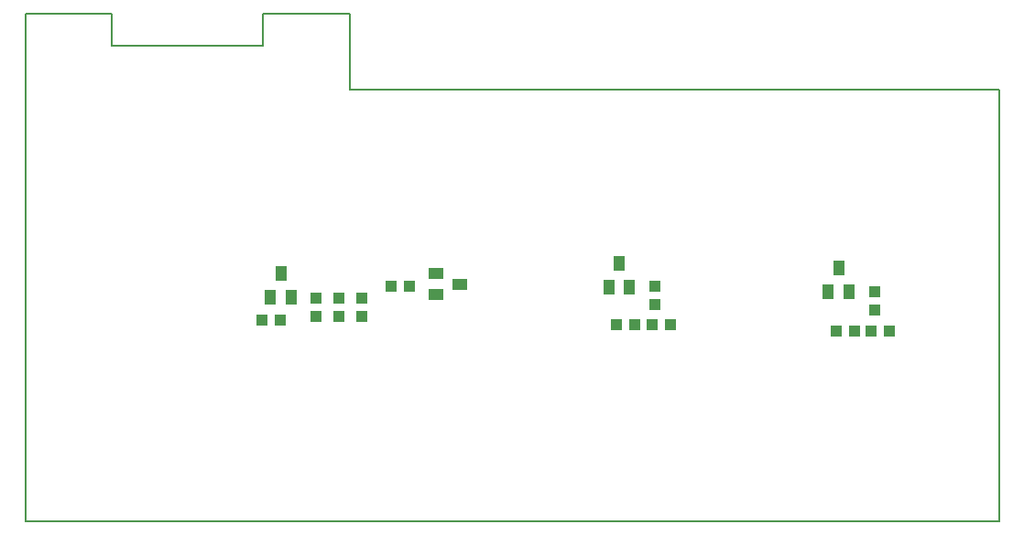
<source format=gbp>
G75*
%MOIN*%
%OFA0B0*%
%FSLAX25Y25*%
%IPPOS*%
%LPD*%
%AMOC8*
5,1,8,0,0,1.08239X$1,22.5*
%
%ADD10C,0.00591*%
%ADD11R,0.05512X0.03937*%
%ADD12R,0.03937X0.04331*%
%ADD13R,0.03937X0.05512*%
%ADD14R,0.04331X0.03937*%
D10*
X0001394Y0001394D02*
X0001394Y0186433D01*
X0032890Y0186433D01*
X0032890Y0174622D01*
X0088008Y0174622D01*
X0088008Y0186433D01*
X0119504Y0186433D01*
X0119504Y0158874D01*
X0355724Y0158874D01*
X0355724Y0001394D01*
X0001394Y0001394D01*
D11*
X0150850Y0084173D03*
X0159512Y0087913D03*
X0150850Y0091654D03*
D12*
X0141354Y0087220D03*
X0134661Y0087220D03*
X0115402Y0082937D03*
X0115402Y0076244D03*
X0094110Y0074622D03*
X0087417Y0074622D03*
X0229543Y0073047D03*
X0236236Y0073047D03*
X0309071Y0070685D03*
X0315764Y0070685D03*
D13*
X0301197Y0085252D03*
X0293717Y0085252D03*
X0297457Y0093913D03*
X0221276Y0086827D03*
X0213795Y0086827D03*
X0217535Y0095488D03*
X0098142Y0083260D03*
X0090661Y0083260D03*
X0094402Y0091921D03*
D14*
X0107189Y0082937D03*
X0107189Y0076244D03*
X0124008Y0076244D03*
X0124008Y0082937D03*
X0216551Y0073047D03*
X0223244Y0073047D03*
X0230528Y0080331D03*
X0230528Y0087024D03*
X0296472Y0070685D03*
X0303165Y0070685D03*
X0310449Y0078362D03*
X0310449Y0085055D03*
M02*

</source>
